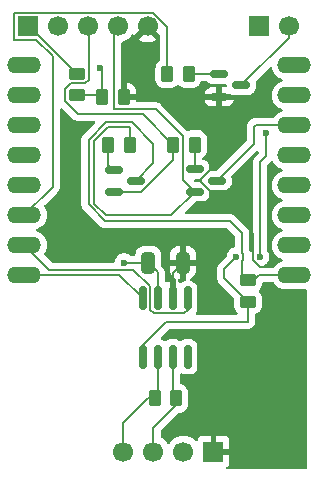
<source format=gbr>
%TF.GenerationSoftware,KiCad,Pcbnew,9.0.3-9.0.3-0~ubuntu24.04.1*%
%TF.CreationDate,2025-09-07T11:30:27-03:00*%
%TF.ProjectId,SvoCamBoardBottom,53766f43-616d-4426-9f61-7264426f7474,rev?*%
%TF.SameCoordinates,Original*%
%TF.FileFunction,Copper,L1,Top*%
%TF.FilePolarity,Positive*%
%FSLAX46Y46*%
G04 Gerber Fmt 4.6, Leading zero omitted, Abs format (unit mm)*
G04 Created by KiCad (PCBNEW 9.0.3-9.0.3-0~ubuntu24.04.1) date 2025-09-07 11:30:27*
%MOMM*%
%LPD*%
G01*
G04 APERTURE LIST*
G04 Aperture macros list*
%AMRoundRect*
0 Rectangle with rounded corners*
0 $1 Rounding radius*
0 $2 $3 $4 $5 $6 $7 $8 $9 X,Y pos of 4 corners*
0 Add a 4 corners polygon primitive as box body*
4,1,4,$2,$3,$4,$5,$6,$7,$8,$9,$2,$3,0*
0 Add four circle primitives for the rounded corners*
1,1,$1+$1,$2,$3*
1,1,$1+$1,$4,$5*
1,1,$1+$1,$6,$7*
1,1,$1+$1,$8,$9*
0 Add four rect primitives between the rounded corners*
20,1,$1+$1,$2,$3,$4,$5,0*
20,1,$1+$1,$4,$5,$6,$7,0*
20,1,$1+$1,$6,$7,$8,$9,0*
20,1,$1+$1,$8,$9,$2,$3,0*%
G04 Aperture macros list end*
%TA.AperFunction,SMDPad,CuDef*%
%ADD10RoundRect,0.250000X0.450000X-0.262500X0.450000X0.262500X-0.450000X0.262500X-0.450000X-0.262500X0*%
%TD*%
%TA.AperFunction,SMDPad,CuDef*%
%ADD11RoundRect,0.150000X-0.587500X-0.150000X0.587500X-0.150000X0.587500X0.150000X-0.587500X0.150000X0*%
%TD*%
%TA.AperFunction,SMDPad,CuDef*%
%ADD12RoundRect,0.250000X-0.262500X-0.450000X0.262500X-0.450000X0.262500X0.450000X-0.262500X0.450000X0*%
%TD*%
%TA.AperFunction,ComponentPad*%
%ADD13R,1.700000X1.700000*%
%TD*%
%TA.AperFunction,ComponentPad*%
%ADD14C,1.700000*%
%TD*%
%TA.AperFunction,SMDPad,CuDef*%
%ADD15RoundRect,0.150000X-0.150000X0.825000X-0.150000X-0.825000X0.150000X-0.825000X0.150000X0.825000X0*%
%TD*%
%TA.AperFunction,SMDPad,CuDef*%
%ADD16RoundRect,0.250000X-0.325000X-0.650000X0.325000X-0.650000X0.325000X0.650000X-0.325000X0.650000X0*%
%TD*%
%TA.AperFunction,SMDPad,CuDef*%
%ADD17RoundRect,0.250000X0.262500X0.450000X-0.262500X0.450000X-0.262500X-0.450000X0.262500X-0.450000X0*%
%TD*%
%TA.AperFunction,ComponentPad*%
%ADD18O,2.844800X1.422400*%
%TD*%
%TA.AperFunction,ViaPad*%
%ADD19C,0.600000*%
%TD*%
%TA.AperFunction,Conductor*%
%ADD20C,0.200000*%
%TD*%
G04 APERTURE END LIST*
D10*
%TO.P,R1,1*%
%TO.N,+3.3V*%
X164500000Y-94325000D03*
%TO.P,R1,2*%
%TO.N,RST*%
X164500000Y-92500000D03*
%TD*%
D11*
%TO.P,Q3,1,B*%
%TO.N,Net-(Q3-B)*%
X162062500Y-75050000D03*
%TO.P,Q3,2,E*%
%TO.N,GND*%
X162062500Y-76950000D03*
%TO.P,Q3,3,C*%
%TO.N,Net-(J1-Pin_2)*%
X163937500Y-76000000D03*
%TD*%
D12*
%TO.P,R6,1*%
%TO.N,UARX*%
X152175000Y-77000000D03*
%TO.P,R6,2*%
%TO.N,GND*%
X154000000Y-77000000D03*
%TD*%
D13*
%TO.P,J3,1,Pin_1*%
%TO.N,Net-(J3-Pin_1)*%
X145840000Y-71000000D03*
D14*
%TO.P,J3,2,Pin_2*%
%TO.N,UATX*%
X148380000Y-71000000D03*
%TO.P,J3,3,Pin_3*%
%TO.N,RTS*%
X150920000Y-71000000D03*
%TO.P,J3,4,Pin_4*%
%TO.N,DTR*%
X153460000Y-71000000D03*
%TO.P,J3,5,Pin_5*%
%TO.N,GND*%
X156000000Y-71000000D03*
%TD*%
D15*
%TO.P,U3,1,TXD*%
%TO.N,CANTX*%
X159405000Y-94025000D03*
%TO.P,U3,2,GND*%
%TO.N,GND*%
X158135000Y-94025000D03*
%TO.P,U3,3,VCC*%
%TO.N,+5V*%
X156865000Y-94025000D03*
%TO.P,U3,4,RXD*%
%TO.N,CANRX*%
X155595000Y-94025000D03*
%TO.P,U3,5,VIO*%
%TO.N,+3.3V*%
X155595000Y-98975000D03*
%TO.P,U3,6,CANL*%
%TO.N,CANL*%
X156865000Y-98975000D03*
%TO.P,U3,7,CANH*%
%TO.N,CANH*%
X158135000Y-98975000D03*
%TO.P,U3,8,STB*%
%TO.N,unconnected-(U3-STB-Pad8)*%
X159405000Y-98975000D03*
%TD*%
D12*
%TO.P,R3,1*%
%TO.N,RTS*%
X158175000Y-81000000D03*
%TO.P,R3,2*%
%TO.N,Net-(Q1-B)*%
X160000000Y-81000000D03*
%TD*%
D11*
%TO.P,Q1,1,B*%
%TO.N,Net-(Q1-B)*%
X160000000Y-83100000D03*
%TO.P,Q1,2,E*%
%TO.N,DTR*%
X160000000Y-85000000D03*
%TO.P,Q1,3,C*%
%TO.N,BOOT*%
X161875000Y-84050000D03*
%TD*%
D13*
%TO.P,J2,1,Pin_1*%
%TO.N,GND*%
X161580000Y-107000000D03*
D14*
%TO.P,J2,2,Pin_2*%
%TO.N,+5V*%
X159040000Y-107000000D03*
%TO.P,J2,3,Pin_3*%
%TO.N,CANH*%
X156500000Y-107000000D03*
%TO.P,J2,4,Pin_4*%
%TO.N,CANL*%
X153960000Y-107000000D03*
%TD*%
D16*
%TO.P,C1,1*%
%TO.N,+5V*%
X156050000Y-91000000D03*
%TO.P,C1,2*%
%TO.N,GND*%
X159000000Y-91000000D03*
%TD*%
D13*
%TO.P,J1,1,Pin_1*%
%TO.N,+5V*%
X165460000Y-71000000D03*
D14*
%TO.P,J1,2,Pin_2*%
%TO.N,Net-(J1-Pin_2)*%
X168000000Y-71000000D03*
%TD*%
D17*
%TO.P,R2,1*%
%TO.N,DTR*%
X154500000Y-81000000D03*
%TO.P,R2,2*%
%TO.N,Net-(Q2-B)*%
X152675000Y-81000000D03*
%TD*%
D18*
%TO.P,U1,P$1,5V*%
%TO.N,+5V*%
X145570000Y-74270000D03*
%TO.P,U1,P$2,GND*%
%TO.N,GND*%
X145570000Y-76810000D03*
%TO.P,U1,P$3,IO12*%
%TO.N,unconnected-(U1-IO12-PadP$3)*%
X145570000Y-79350000D03*
%TO.P,U1,P$4,IO13*%
%TO.N,unconnected-(U1-IO13-PadP$4)*%
X145570000Y-81890000D03*
%TO.P,U1,P$5,IO15*%
%TO.N,unconnected-(U1-IO15-PadP$5)*%
X145570000Y-84430000D03*
%TO.P,U1,P$6,IO14*%
%TO.N,PWM_OUT1*%
X145570000Y-86970000D03*
%TO.P,U1,P$7,IO2*%
%TO.N,CANTX*%
X145570000Y-89510000D03*
%TO.P,U1,P$8,IO4*%
%TO.N,CANRX*%
X145570000Y-92050000D03*
%TO.P,U1,P$9,.GND*%
%TO.N,RST*%
X168430000Y-92050000D03*
%TO.P,U1,P$10,IO1/U0T*%
%TO.N,UATX*%
X168430000Y-89510000D03*
%TO.P,U1,P$11,IO3/U0R*%
%TO.N,UARX*%
X168430000Y-86970000D03*
%TO.P,U1,P$12,3V3.*%
%TO.N,unconnected-(U1-3V3.-PadP$12)*%
X168430000Y-84430000D03*
%TO.P,U1,P$13,GND.*%
%TO.N,unconnected-(U1-GND.-PadP$13)*%
X168430000Y-81890000D03*
%TO.P,U1,P$14,IO0*%
%TO.N,BOOT*%
X168430000Y-79350000D03*
%TO.P,U1,P$15,IO16*%
%TO.N,unconnected-(U1-IO16-PadP$15)*%
X168430000Y-76810000D03*
%TO.P,U1,P$16,3V3*%
%TO.N,+3.3V*%
X168430000Y-74270000D03*
%TD*%
D17*
%TO.P,R5,1*%
%TO.N,CANH*%
X158412500Y-102500000D03*
%TO.P,R5,2*%
%TO.N,CANL*%
X156587500Y-102500000D03*
%TD*%
D10*
%TO.P,R7,1*%
%TO.N,UARX*%
X150000000Y-76825000D03*
%TO.P,R7,2*%
%TO.N,Net-(J3-Pin_1)*%
X150000000Y-75000000D03*
%TD*%
D12*
%TO.P,R4,1*%
%TO.N,PWM_OUT1*%
X157675000Y-75000000D03*
%TO.P,R4,2*%
%TO.N,Net-(Q3-B)*%
X159500000Y-75000000D03*
%TD*%
D11*
%TO.P,Q2,1,B*%
%TO.N,Net-(Q2-B)*%
X153125000Y-83150000D03*
%TO.P,Q2,2,E*%
%TO.N,RTS*%
X153125000Y-85050000D03*
%TO.P,Q2,3,C*%
%TO.N,RST*%
X155000000Y-84100000D03*
%TD*%
D19*
%TO.N,+5V*%
X154000000Y-91000000D03*
%TO.N,GND*%
X159000000Y-91000000D03*
X166500000Y-91000000D03*
%TO.N,+3.3V*%
X165500000Y-90500000D03*
X163500000Y-90500000D03*
X166000000Y-80000000D03*
%TO.N,UARX*%
X152000000Y-74500000D03*
%TD*%
D20*
%TO.N,+5V*%
X156865000Y-91815000D02*
X156865000Y-94025000D01*
X156050000Y-91000000D02*
X156865000Y-91815000D01*
X156050000Y-91000000D02*
X154000000Y-91000000D01*
%TO.N,GND*%
X159000000Y-91000000D02*
X158135000Y-91865000D01*
X164899000Y-88519532D02*
X164899000Y-90748943D01*
X164899000Y-90748943D02*
X165500000Y-91349943D01*
X156000000Y-71000000D02*
X154000000Y-73000000D01*
X160500000Y-76950000D02*
X154050000Y-76950000D01*
X166150057Y-91349943D02*
X166500000Y-91000000D01*
X165500000Y-91349943D02*
X166150057Y-91349943D01*
X160479468Y-84100000D02*
X164899000Y-88519532D01*
X162062500Y-76950000D02*
X162062500Y-82416968D01*
X162062500Y-82416968D02*
X160479468Y-84000000D01*
X154000000Y-73000000D02*
X154000000Y-77000000D01*
X158135000Y-91865000D02*
X158135000Y-94025000D01*
X162062500Y-76950000D02*
X160500000Y-76950000D01*
X154050000Y-76950000D02*
X154000000Y-77000000D01*
X160479468Y-84000000D02*
X160479468Y-84100000D01*
%TO.N,Net-(J1-Pin_2)*%
X168000000Y-71937500D02*
X168000000Y-71000000D01*
X163937500Y-76000000D02*
X168000000Y-71937500D01*
%TO.N,CANH*%
X158135000Y-102222500D02*
X158412500Y-102500000D01*
X158412500Y-102500000D02*
X158412500Y-103087500D01*
X158412500Y-103087500D02*
X156500000Y-105000000D01*
X158135000Y-98975000D02*
X158135000Y-102222500D01*
X156500000Y-105000000D02*
X156500000Y-107000000D01*
%TO.N,CANL*%
X156865000Y-102222500D02*
X156587500Y-102500000D01*
X153960000Y-104540000D02*
X153960000Y-107000000D01*
X156000000Y-102500000D02*
X153960000Y-104540000D01*
X156587500Y-102500000D02*
X156000000Y-102500000D01*
X156865000Y-98975000D02*
X156865000Y-102222500D01*
%TO.N,Net-(J3-Pin_1)*%
X146000000Y-71000000D02*
X150000000Y-75000000D01*
X145840000Y-71000000D02*
X146000000Y-71000000D01*
%TO.N,DTR*%
X153460000Y-71000000D02*
X153186500Y-71273500D01*
X158988500Y-82732032D02*
X158961500Y-82759032D01*
X153186500Y-71273500D02*
X153186500Y-78000000D01*
X154500000Y-81000000D02*
X154500000Y-79500000D01*
X156673660Y-78000000D02*
X158988500Y-80314840D01*
X153186500Y-78000000D02*
X156673660Y-78000000D01*
X152676340Y-79500000D02*
X151500000Y-80676340D01*
X151500000Y-80676340D02*
X151500000Y-86000000D01*
X152500000Y-87000000D02*
X158000000Y-87000000D01*
X158000000Y-87000000D02*
X160000000Y-85000000D01*
X158961500Y-82759032D02*
X158961500Y-83961500D01*
X158988500Y-80314840D02*
X158988500Y-82732032D01*
X154500000Y-79500000D02*
X152676340Y-79500000D01*
X158961500Y-83961500D02*
X160000000Y-85000000D01*
X151500000Y-86000000D02*
X152500000Y-87000000D01*
%TO.N,RTS*%
X148999000Y-76327340D02*
X149512840Y-75813500D01*
X158175000Y-81000000D02*
X158175000Y-82304468D01*
X151000000Y-71080000D02*
X150920000Y-71000000D01*
X155429468Y-85050000D02*
X153125000Y-85050000D01*
X158175000Y-82304468D02*
X155429468Y-85050000D01*
X155576000Y-78401000D02*
X150077340Y-78401000D01*
X149512840Y-75813500D02*
X150685160Y-75813500D01*
X150077340Y-78401000D02*
X148999000Y-77322660D01*
X148999000Y-77322660D02*
X148999000Y-76327340D01*
X151000000Y-75498660D02*
X151000000Y-71080000D01*
X158175000Y-81000000D02*
X155576000Y-78401000D01*
X150685160Y-75813500D02*
X151000000Y-75498660D01*
%TO.N,Net-(Q1-B)*%
X160000000Y-83100000D02*
X160000000Y-81000000D01*
%TO.N,BOOT*%
X165000000Y-79500000D02*
X165150000Y-79350000D01*
X165000000Y-80925000D02*
X165000000Y-79500000D01*
X165150000Y-79350000D02*
X168430000Y-79350000D01*
X161875000Y-84050000D02*
X165000000Y-80925000D01*
%TO.N,RST*%
X164500000Y-92500000D02*
X165000000Y-92500000D01*
X164101000Y-90748943D02*
X164000000Y-90849943D01*
X155000000Y-84100000D02*
X156500000Y-82600000D01*
X164000000Y-90849943D02*
X164000000Y-92000000D01*
X151000000Y-80609240D02*
X151000000Y-86067100D01*
X156500000Y-82600000D02*
X156500000Y-80932900D01*
X165450000Y-92050000D02*
X168430000Y-92050000D01*
X164000000Y-88500000D02*
X164000000Y-90150057D01*
X156500000Y-80932900D02*
X154666100Y-79099000D01*
X152432900Y-87500000D02*
X163000000Y-87500000D01*
X165000000Y-92500000D02*
X165450000Y-92050000D01*
X151000000Y-86067100D02*
X152432900Y-87500000D01*
X164000000Y-92000000D02*
X164500000Y-92500000D01*
X163000000Y-87500000D02*
X164000000Y-88500000D01*
X152510240Y-79099000D02*
X151000000Y-80609240D01*
X164101000Y-90251057D02*
X164101000Y-90748943D01*
X164000000Y-90150057D02*
X164101000Y-90251057D01*
X154666100Y-79099000D02*
X152510240Y-79099000D01*
%TO.N,Net-(Q2-B)*%
X153125000Y-83150000D02*
X152675000Y-82700000D01*
X152675000Y-82700000D02*
X152675000Y-81000000D01*
%TO.N,Net-(Q3-B)*%
X159500000Y-75000000D02*
X162012500Y-75000000D01*
X162012500Y-75000000D02*
X162062500Y-75050000D01*
%TO.N,+3.3V*%
X155595000Y-98000001D02*
X157595001Y-96000000D01*
X162500000Y-92325000D02*
X162500000Y-91500000D01*
X164500000Y-94325000D02*
X162500000Y-92325000D01*
X166000000Y-82000000D02*
X166000000Y-80000000D01*
X155595000Y-98975000D02*
X155595000Y-98000001D01*
X157595001Y-96000000D02*
X164500000Y-96000000D01*
X164500000Y-96000000D02*
X164500000Y-94325000D01*
X165500000Y-90500000D02*
X165500000Y-82500000D01*
X165500000Y-82500000D02*
X166000000Y-82000000D01*
X162500000Y-91500000D02*
X163500000Y-90500000D01*
%TO.N,PWM_OUT1*%
X144689000Y-72151000D02*
X146583900Y-72151000D01*
X145570000Y-86970000D02*
X147966450Y-84573550D01*
X147966450Y-73533550D02*
X148000000Y-73567100D01*
X157675000Y-75000000D02*
X157675000Y-71047240D01*
X147966450Y-84573550D02*
X147966450Y-73533550D01*
X157675000Y-71047240D02*
X156476760Y-69849000D01*
X144689000Y-69849000D02*
X144689000Y-72151000D01*
X146583900Y-72151000D02*
X147966450Y-73533550D01*
X156476760Y-69849000D02*
X144689000Y-69849000D01*
%TO.N,UARX*%
X152000000Y-76825000D02*
X152175000Y-77000000D01*
X152175000Y-74675000D02*
X152000000Y-74500000D01*
X152175000Y-77000000D02*
X152175000Y-74675000D01*
X150000000Y-76825000D02*
X152000000Y-76825000D01*
%TO.N,CANRX*%
X155595000Y-94025000D02*
X153620000Y-92050000D01*
X153620000Y-92050000D02*
X145570000Y-92050000D01*
%TO.N,CANTX*%
X156524032Y-95301000D02*
X156196000Y-94972968D01*
X154787968Y-91601000D02*
X147661000Y-91601000D01*
X156196000Y-93009032D02*
X154787968Y-91601000D01*
X159103999Y-95301000D02*
X156524032Y-95301000D01*
X159405000Y-94025000D02*
X159405000Y-94999999D01*
X159405000Y-94999999D02*
X159103999Y-95301000D01*
X156196000Y-94972968D02*
X156196000Y-93009032D01*
X147661000Y-91601000D02*
X145570000Y-89510000D01*
%TO.N,unconnected-(U1-IO15-PadP$5)*%
X146000000Y-84430000D02*
X145570000Y-84430000D01*
%TO.N,unconnected-(U1-IO13-PadP$4)*%
X145570001Y-81890000D02*
X145570000Y-81890000D01*
%TD*%
%TA.AperFunction,Conductor*%
%TO.N,GND*%
G36*
X166599413Y-92652041D02*
G01*
X166604775Y-92650955D01*
X166632579Y-92661780D01*
X166661203Y-92670185D01*
X166666137Y-92674845D01*
X166669884Y-92676304D01*
X166694482Y-92701615D01*
X166775110Y-92812590D01*
X166794567Y-92839370D01*
X166929430Y-92974233D01*
X167083731Y-93086339D01*
X167167080Y-93128807D01*
X167253668Y-93172927D01*
X167253671Y-93172928D01*
X167344364Y-93202395D01*
X167435060Y-93231864D01*
X167623437Y-93261700D01*
X167623438Y-93261700D01*
X169236561Y-93261700D01*
X169236563Y-93261700D01*
X169356104Y-93242766D01*
X169425395Y-93251720D01*
X169478847Y-93296716D01*
X169499487Y-93363468D01*
X169499500Y-93365239D01*
X169499500Y-108375500D01*
X169479815Y-108442539D01*
X169427011Y-108488294D01*
X169375500Y-108499500D01*
X162769269Y-108499500D01*
X162702230Y-108479815D01*
X162656475Y-108427011D01*
X162646531Y-108357853D01*
X162675556Y-108294297D01*
X162694958Y-108276234D01*
X162787187Y-108207190D01*
X162787190Y-108207187D01*
X162873350Y-108092093D01*
X162873354Y-108092086D01*
X162923596Y-107957379D01*
X162923598Y-107957372D01*
X162929999Y-107897844D01*
X162930000Y-107897827D01*
X162930000Y-107250000D01*
X162013012Y-107250000D01*
X162045925Y-107192993D01*
X162080000Y-107065826D01*
X162080000Y-106934174D01*
X162045925Y-106807007D01*
X162013012Y-106750000D01*
X162930000Y-106750000D01*
X162930000Y-106102172D01*
X162929999Y-106102155D01*
X162923598Y-106042627D01*
X162923596Y-106042620D01*
X162873354Y-105907913D01*
X162873350Y-105907906D01*
X162787190Y-105792812D01*
X162787187Y-105792809D01*
X162672093Y-105706649D01*
X162672086Y-105706645D01*
X162537379Y-105656403D01*
X162537372Y-105656401D01*
X162477844Y-105650000D01*
X161830000Y-105650000D01*
X161830000Y-106566988D01*
X161772993Y-106534075D01*
X161645826Y-106500000D01*
X161514174Y-106500000D01*
X161387007Y-106534075D01*
X161330000Y-106566988D01*
X161330000Y-105650000D01*
X160682155Y-105650000D01*
X160622627Y-105656401D01*
X160622620Y-105656403D01*
X160487913Y-105706645D01*
X160487906Y-105706649D01*
X160372812Y-105792809D01*
X160372809Y-105792812D01*
X160286649Y-105907906D01*
X160286646Y-105907912D01*
X160237577Y-106039471D01*
X160195705Y-106095404D01*
X160130241Y-106119821D01*
X160061968Y-106104969D01*
X160033714Y-106083818D01*
X159919786Y-105969890D01*
X159747820Y-105844951D01*
X159558414Y-105748444D01*
X159558413Y-105748443D01*
X159558412Y-105748443D01*
X159356243Y-105682754D01*
X159356241Y-105682753D01*
X159356240Y-105682753D01*
X159194957Y-105657208D01*
X159146287Y-105649500D01*
X158933713Y-105649500D01*
X158885042Y-105657208D01*
X158723760Y-105682753D01*
X158521585Y-105748444D01*
X158332179Y-105844951D01*
X158160213Y-105969890D01*
X158009890Y-106120213D01*
X157884949Y-106292182D01*
X157880484Y-106300946D01*
X157832509Y-106351742D01*
X157764688Y-106368536D01*
X157698553Y-106345998D01*
X157659516Y-106300946D01*
X157655050Y-106292182D01*
X157530109Y-106120213D01*
X157379786Y-105969890D01*
X157207815Y-105844948D01*
X157207814Y-105844947D01*
X157168205Y-105824765D01*
X157117409Y-105776791D01*
X157100500Y-105714281D01*
X157100500Y-105300096D01*
X157120185Y-105233057D01*
X157136814Y-105212420D01*
X158612416Y-103736817D01*
X158673739Y-103703333D01*
X158700097Y-103700499D01*
X158725002Y-103700499D01*
X158725008Y-103700499D01*
X158827797Y-103689999D01*
X158994334Y-103634814D01*
X159143656Y-103542712D01*
X159267712Y-103418656D01*
X159359814Y-103269334D01*
X159414999Y-103102797D01*
X159425500Y-103000009D01*
X159425499Y-101999992D01*
X159414999Y-101897203D01*
X159359814Y-101730666D01*
X159267712Y-101581344D01*
X159143656Y-101457288D01*
X158994334Y-101365186D01*
X158827797Y-101310001D01*
X158827795Y-101310000D01*
X158821371Y-101307872D01*
X158822274Y-101305144D01*
X158772044Y-101277883D01*
X158738402Y-101216646D01*
X158735500Y-101189978D01*
X158735500Y-100465906D01*
X158755185Y-100398867D01*
X158807989Y-100353112D01*
X158877147Y-100343168D01*
X158922617Y-100359172D01*
X158994602Y-100401744D01*
X159036224Y-100413836D01*
X159152426Y-100447597D01*
X159152429Y-100447597D01*
X159152431Y-100447598D01*
X159189306Y-100450500D01*
X159189314Y-100450500D01*
X159620686Y-100450500D01*
X159620694Y-100450500D01*
X159657569Y-100447598D01*
X159657571Y-100447597D01*
X159657573Y-100447597D01*
X159757321Y-100418617D01*
X159815398Y-100401744D01*
X159956865Y-100318081D01*
X160073081Y-100201865D01*
X160156744Y-100060398D01*
X160202598Y-99902569D01*
X160205500Y-99865694D01*
X160205500Y-98084306D01*
X160202598Y-98047431D01*
X160156744Y-97889602D01*
X160073081Y-97748135D01*
X160073079Y-97748133D01*
X160073076Y-97748129D01*
X159956870Y-97631923D01*
X159956862Y-97631917D01*
X159815396Y-97548255D01*
X159815393Y-97548254D01*
X159657573Y-97502402D01*
X159657567Y-97502401D01*
X159620701Y-97499500D01*
X159620694Y-97499500D01*
X159189306Y-97499500D01*
X159189298Y-97499500D01*
X159152432Y-97502401D01*
X159152426Y-97502402D01*
X158994606Y-97548254D01*
X158994603Y-97548255D01*
X158853137Y-97631917D01*
X158846969Y-97636702D01*
X158845072Y-97634256D01*
X158796358Y-97660857D01*
X158726666Y-97655873D01*
X158694296Y-97635069D01*
X158693031Y-97636702D01*
X158686862Y-97631917D01*
X158545396Y-97548255D01*
X158545393Y-97548254D01*
X158387573Y-97502402D01*
X158387567Y-97502401D01*
X158350701Y-97499500D01*
X158350694Y-97499500D01*
X157919306Y-97499500D01*
X157919298Y-97499500D01*
X157882432Y-97502401D01*
X157882426Y-97502402D01*
X157724606Y-97548254D01*
X157724603Y-97548255D01*
X157583137Y-97631917D01*
X157576969Y-97636702D01*
X157575072Y-97634256D01*
X157526358Y-97660857D01*
X157456666Y-97655873D01*
X157424296Y-97635069D01*
X157423031Y-97636702D01*
X157416862Y-97631917D01*
X157275396Y-97548255D01*
X157275393Y-97548253D01*
X157182742Y-97521336D01*
X157123856Y-97483730D01*
X157094650Y-97420257D01*
X157104396Y-97351071D01*
X157129653Y-97314582D01*
X157807418Y-96636819D01*
X157868741Y-96603334D01*
X157895099Y-96600500D01*
X164579055Y-96600500D01*
X164579057Y-96600500D01*
X164731784Y-96559577D01*
X164868716Y-96480520D01*
X164980520Y-96368716D01*
X165059577Y-96231784D01*
X165100500Y-96079057D01*
X165100500Y-95417800D01*
X165120185Y-95350761D01*
X165172989Y-95305006D01*
X165185482Y-95300099D01*
X165269334Y-95272314D01*
X165418656Y-95180212D01*
X165542712Y-95056156D01*
X165634814Y-94906834D01*
X165689999Y-94740297D01*
X165700500Y-94637509D01*
X165700499Y-94012492D01*
X165689999Y-93909703D01*
X165634814Y-93743166D01*
X165542712Y-93593844D01*
X165449049Y-93500181D01*
X165415564Y-93438858D01*
X165420548Y-93369166D01*
X165449049Y-93324819D01*
X165477152Y-93296716D01*
X165542712Y-93231156D01*
X165634814Y-93081834D01*
X165689999Y-92915297D01*
X165700500Y-92812509D01*
X165700500Y-92774500D01*
X165720185Y-92707461D01*
X165772989Y-92661706D01*
X165824500Y-92650500D01*
X166594164Y-92650500D01*
X166599413Y-92652041D01*
G37*
%TD.AperFunction*%
%TA.AperFunction,Conductor*%
G36*
X148772153Y-77945494D02*
G01*
X148778631Y-77951526D01*
X149592479Y-78765374D01*
X149592489Y-78765385D01*
X149596819Y-78769715D01*
X149596820Y-78769716D01*
X149708624Y-78881520D01*
X149795435Y-78931639D01*
X149795437Y-78931641D01*
X149833491Y-78953611D01*
X149845555Y-78960577D01*
X149998283Y-79001500D01*
X150156397Y-79001500D01*
X151459143Y-79001500D01*
X151526182Y-79021185D01*
X151571937Y-79073989D01*
X151581881Y-79143147D01*
X151552856Y-79206703D01*
X151546826Y-79213178D01*
X150960504Y-79799500D01*
X150631286Y-80128718D01*
X150519481Y-80240522D01*
X150519479Y-80240525D01*
X150501517Y-80271637D01*
X150480740Y-80307624D01*
X150440423Y-80377455D01*
X150399499Y-80530183D01*
X150399499Y-80530185D01*
X150399499Y-80698286D01*
X150399500Y-80698299D01*
X150399500Y-85980430D01*
X150399499Y-85980448D01*
X150399499Y-86146154D01*
X150399498Y-86146154D01*
X150399499Y-86146157D01*
X150440423Y-86298885D01*
X150461232Y-86334927D01*
X150469358Y-86349000D01*
X150469359Y-86349004D01*
X150469360Y-86349004D01*
X150519479Y-86435814D01*
X150519481Y-86435817D01*
X150638349Y-86554685D01*
X150638354Y-86554689D01*
X152064184Y-87980520D01*
X152064186Y-87980521D01*
X152064190Y-87980524D01*
X152108902Y-88006338D01*
X152201116Y-88059577D01*
X152353843Y-88100501D01*
X152353845Y-88100501D01*
X152519554Y-88100501D01*
X152519570Y-88100500D01*
X162699903Y-88100500D01*
X162766942Y-88120185D01*
X162787584Y-88136819D01*
X163363181Y-88712416D01*
X163396666Y-88773739D01*
X163399500Y-88800097D01*
X163399500Y-89602044D01*
X163379815Y-89669083D01*
X163327011Y-89714838D01*
X163299691Y-89723661D01*
X163266510Y-89730261D01*
X163266498Y-89730264D01*
X163120827Y-89790602D01*
X163120814Y-89790609D01*
X162989711Y-89878210D01*
X162989707Y-89878213D01*
X162878213Y-89989707D01*
X162878210Y-89989711D01*
X162790609Y-90120814D01*
X162790602Y-90120827D01*
X162730264Y-90266498D01*
X162730261Y-90266508D01*
X162699362Y-90421848D01*
X162666977Y-90483759D01*
X162665426Y-90485337D01*
X162131286Y-91019478D01*
X162019481Y-91131282D01*
X162019479Y-91131285D01*
X161974385Y-91209392D01*
X161974384Y-91209393D01*
X161940423Y-91268214D01*
X161940423Y-91268215D01*
X161899499Y-91420943D01*
X161899499Y-91420945D01*
X161899499Y-91589046D01*
X161899500Y-91589059D01*
X161899500Y-92238330D01*
X161899499Y-92238348D01*
X161899499Y-92404054D01*
X161899498Y-92404054D01*
X161926821Y-92506022D01*
X161940423Y-92556785D01*
X161952967Y-92578512D01*
X161964365Y-92598252D01*
X161964366Y-92598256D01*
X161964367Y-92598256D01*
X162014089Y-92684379D01*
X162019479Y-92693714D01*
X162019481Y-92693717D01*
X162138349Y-92812585D01*
X162138355Y-92812590D01*
X163263181Y-93937416D01*
X163296666Y-93998739D01*
X163299500Y-94025097D01*
X163299500Y-94637501D01*
X163299501Y-94637519D01*
X163310000Y-94740296D01*
X163310001Y-94740299D01*
X163365185Y-94906831D01*
X163365187Y-94906836D01*
X163457289Y-95056157D01*
X163586451Y-95185319D01*
X163584933Y-95186836D01*
X163619217Y-95235249D01*
X163622360Y-95305048D01*
X163587267Y-95365466D01*
X163525081Y-95397320D01*
X163501932Y-95399500D01*
X160203165Y-95399500D01*
X160136126Y-95379815D01*
X160090371Y-95327011D01*
X160080427Y-95257853D01*
X160096433Y-95212379D01*
X160115457Y-95180210D01*
X160156744Y-95110398D01*
X160202598Y-94952569D01*
X160205500Y-94915694D01*
X160205500Y-93134306D01*
X160202598Y-93097431D01*
X160199375Y-93086339D01*
X160156745Y-92939606D01*
X160156744Y-92939603D01*
X160156744Y-92939602D01*
X160073081Y-92798135D01*
X160073079Y-92798133D01*
X160073076Y-92798129D01*
X159956870Y-92681923D01*
X159956862Y-92681917D01*
X159815396Y-92598255D01*
X159815395Y-92598254D01*
X159676403Y-92557873D01*
X159617518Y-92520267D01*
X159588312Y-92456794D01*
X159598058Y-92387607D01*
X159643662Y-92334673D01*
X159645903Y-92333258D01*
X159793343Y-92242317D01*
X159917315Y-92118345D01*
X160009356Y-91969124D01*
X160009358Y-91969119D01*
X160064505Y-91802697D01*
X160064506Y-91802690D01*
X160074999Y-91699986D01*
X160075000Y-91699973D01*
X160075000Y-91250000D01*
X159250000Y-91250000D01*
X159250000Y-92431178D01*
X159230315Y-92498217D01*
X159177511Y-92543972D01*
X159158331Y-92550001D01*
X159158515Y-92550634D01*
X158994606Y-92598254D01*
X158994603Y-92598255D01*
X158853140Y-92681915D01*
X158846974Y-92686699D01*
X158845174Y-92684379D01*
X158795913Y-92711230D01*
X158726225Y-92706193D01*
X158704602Y-92695615D01*
X158597407Y-92629570D01*
X158574765Y-92604422D01*
X158551646Y-92579661D01*
X158551437Y-92578512D01*
X158550656Y-92577645D01*
X158545201Y-92544229D01*
X158539143Y-92510920D01*
X158539588Y-92509840D01*
X158539400Y-92508688D01*
X158552886Y-92477604D01*
X158565789Y-92446330D01*
X158566746Y-92445663D01*
X158567211Y-92444592D01*
X158595340Y-92425749D01*
X158623124Y-92406400D01*
X158624580Y-92406162D01*
X158625261Y-92405707D01*
X158627662Y-92405661D01*
X158662451Y-92399999D01*
X158749999Y-92399999D01*
X158750000Y-92399998D01*
X158750000Y-91250000D01*
X157925001Y-91250000D01*
X157925001Y-91699986D01*
X157935494Y-91802697D01*
X157990641Y-91969119D01*
X157990643Y-91969124D01*
X158082684Y-92118345D01*
X158206654Y-92242315D01*
X158355875Y-92334356D01*
X158362421Y-92337408D01*
X158361366Y-92339669D01*
X158409135Y-92372733D01*
X158435967Y-92437245D01*
X158423662Y-92506022D01*
X158396852Y-92541750D01*
X158385000Y-92552701D01*
X158385000Y-93901000D01*
X158365315Y-93968039D01*
X158312511Y-94013794D01*
X158261000Y-94025000D01*
X158009000Y-94025000D01*
X157941961Y-94005315D01*
X157896206Y-93952511D01*
X157885000Y-93901000D01*
X157885000Y-92552703D01*
X157882503Y-92552900D01*
X157724806Y-92598716D01*
X157724805Y-92598716D01*
X157652620Y-92641406D01*
X157584896Y-92658588D01*
X157518634Y-92636427D01*
X157474871Y-92581961D01*
X157465500Y-92534673D01*
X157465500Y-91735945D01*
X157465499Y-91735941D01*
X157455865Y-91699986D01*
X157450526Y-91680058D01*
X157424577Y-91583215D01*
X157382473Y-91510289D01*
X157345520Y-91446284D01*
X157233716Y-91334480D01*
X157233715Y-91334479D01*
X157229385Y-91330149D01*
X157229374Y-91330139D01*
X157161818Y-91262583D01*
X157128333Y-91201260D01*
X157125499Y-91174902D01*
X157125499Y-90300013D01*
X157925000Y-90300013D01*
X157925000Y-90750000D01*
X158750000Y-90750000D01*
X159250000Y-90750000D01*
X160074999Y-90750000D01*
X160074999Y-90300028D01*
X160074998Y-90300013D01*
X160064505Y-90197302D01*
X160009358Y-90030880D01*
X160009356Y-90030875D01*
X159917315Y-89881654D01*
X159793345Y-89757684D01*
X159644124Y-89665643D01*
X159644119Y-89665641D01*
X159477697Y-89610494D01*
X159477690Y-89610493D01*
X159374986Y-89600000D01*
X159250000Y-89600000D01*
X159250000Y-90750000D01*
X158750000Y-90750000D01*
X158750000Y-89600000D01*
X158625027Y-89600000D01*
X158625012Y-89600001D01*
X158522302Y-89610494D01*
X158355880Y-89665641D01*
X158355875Y-89665643D01*
X158206654Y-89757684D01*
X158082684Y-89881654D01*
X157990643Y-90030875D01*
X157990641Y-90030880D01*
X157935494Y-90197302D01*
X157935493Y-90197309D01*
X157925000Y-90300013D01*
X157125499Y-90300013D01*
X157125499Y-90299998D01*
X157125498Y-90299981D01*
X157114999Y-90197203D01*
X157114998Y-90197200D01*
X157059814Y-90030666D01*
X156967712Y-89881344D01*
X156843656Y-89757288D01*
X156694334Y-89665186D01*
X156527797Y-89610001D01*
X156527795Y-89610000D01*
X156425010Y-89599500D01*
X155674998Y-89599500D01*
X155674980Y-89599501D01*
X155572203Y-89610000D01*
X155572200Y-89610001D01*
X155405668Y-89665185D01*
X155405663Y-89665187D01*
X155256342Y-89757289D01*
X155132289Y-89881342D01*
X155040187Y-90030663D01*
X155040185Y-90030668D01*
X155040115Y-90030880D01*
X154993353Y-90172000D01*
X154985001Y-90197204D01*
X154985000Y-90197205D01*
X154975714Y-90288103D01*
X154949317Y-90352795D01*
X154892136Y-90392946D01*
X154852356Y-90399500D01*
X154579766Y-90399500D01*
X154512727Y-90379815D01*
X154510875Y-90378602D01*
X154379185Y-90290609D01*
X154379172Y-90290602D01*
X154233501Y-90230264D01*
X154233489Y-90230261D01*
X154078845Y-90199500D01*
X154078842Y-90199500D01*
X153921158Y-90199500D01*
X153921155Y-90199500D01*
X153766510Y-90230261D01*
X153766498Y-90230264D01*
X153620827Y-90290602D01*
X153620814Y-90290609D01*
X153489711Y-90378210D01*
X153489707Y-90378213D01*
X153378213Y-90489707D01*
X153378210Y-90489711D01*
X153290609Y-90620814D01*
X153290602Y-90620827D01*
X153230264Y-90766498D01*
X153230261Y-90766510D01*
X153203571Y-90900691D01*
X153171186Y-90962602D01*
X153110471Y-90997176D01*
X153081954Y-91000500D01*
X147961098Y-91000500D01*
X147894059Y-90980815D01*
X147873417Y-90964181D01*
X147281654Y-90372418D01*
X147248169Y-90311095D01*
X147253153Y-90241403D01*
X147269013Y-90211858D01*
X147317539Y-90145069D01*
X147404127Y-89975131D01*
X147463064Y-89793740D01*
X147492900Y-89605363D01*
X147492900Y-89414637D01*
X147463064Y-89226260D01*
X147404127Y-89044869D01*
X147404127Y-89044868D01*
X147317538Y-88874930D01*
X147205433Y-88720630D01*
X147070570Y-88585767D01*
X146916269Y-88473661D01*
X146746331Y-88387072D01*
X146746328Y-88387071D01*
X146656641Y-88357931D01*
X146598966Y-88318494D01*
X146571767Y-88254135D01*
X146583681Y-88185289D01*
X146630925Y-88133813D01*
X146656641Y-88122069D01*
X146746328Y-88092928D01*
X146746331Y-88092927D01*
X146916269Y-88006339D01*
X147070570Y-87894233D01*
X147205433Y-87759370D01*
X147317539Y-87605069D01*
X147404127Y-87435131D01*
X147463064Y-87253740D01*
X147492900Y-87065363D01*
X147492900Y-86874637D01*
X147463064Y-86686260D01*
X147404127Y-86504869D01*
X147404127Y-86504868D01*
X147368942Y-86435814D01*
X147317539Y-86334931D01*
X147291350Y-86298885D01*
X147269017Y-86268145D01*
X147245537Y-86202339D01*
X147261363Y-86134285D01*
X147281650Y-86107583D01*
X148324956Y-85064278D01*
X148324961Y-85064274D01*
X148335164Y-85054070D01*
X148335166Y-85054070D01*
X148446970Y-84942266D01*
X148518590Y-84818216D01*
X148526027Y-84805335D01*
X148566950Y-84652607D01*
X148566950Y-84494493D01*
X148566950Y-78039207D01*
X148586635Y-77972168D01*
X148639439Y-77926413D01*
X148708597Y-77916469D01*
X148772153Y-77945494D01*
G37*
%TD.AperFunction*%
%TA.AperFunction,Conductor*%
G36*
X166571854Y-82379895D02*
G01*
X166627787Y-82421767D01*
X166639004Y-82439781D01*
X166682461Y-82525069D01*
X166794567Y-82679370D01*
X166929430Y-82814233D01*
X167083731Y-82926339D01*
X167164912Y-82967703D01*
X167253668Y-83012927D01*
X167253671Y-83012928D01*
X167343358Y-83042069D01*
X167401034Y-83081506D01*
X167428232Y-83145865D01*
X167416317Y-83214711D01*
X167369073Y-83266187D01*
X167343358Y-83277931D01*
X167253671Y-83307071D01*
X167253668Y-83307072D01*
X167083730Y-83393661D01*
X166929427Y-83505769D01*
X166794569Y-83640627D01*
X166682461Y-83794930D01*
X166595872Y-83964868D01*
X166595871Y-83964871D01*
X166536936Y-84146258D01*
X166507100Y-84334637D01*
X166507100Y-84525362D01*
X166536936Y-84713741D01*
X166595871Y-84895128D01*
X166595872Y-84895131D01*
X166676857Y-85054070D01*
X166682461Y-85065069D01*
X166794567Y-85219370D01*
X166929430Y-85354233D01*
X167083731Y-85466339D01*
X167167080Y-85508807D01*
X167253668Y-85552927D01*
X167253671Y-85552928D01*
X167343358Y-85582069D01*
X167401034Y-85621506D01*
X167428232Y-85685865D01*
X167416317Y-85754711D01*
X167369073Y-85806187D01*
X167343358Y-85817931D01*
X167253671Y-85847071D01*
X167253668Y-85847072D01*
X167083730Y-85933661D01*
X166929427Y-86045769D01*
X166794569Y-86180627D01*
X166682461Y-86334930D01*
X166595872Y-86504868D01*
X166595871Y-86504871D01*
X166536936Y-86686258D01*
X166507100Y-86874637D01*
X166507100Y-87065362D01*
X166536936Y-87253741D01*
X166595871Y-87435128D01*
X166595872Y-87435131D01*
X166682461Y-87605069D01*
X166794567Y-87759370D01*
X166929430Y-87894233D01*
X167083731Y-88006339D01*
X167167080Y-88048807D01*
X167253668Y-88092927D01*
X167253671Y-88092928D01*
X167343358Y-88122069D01*
X167401034Y-88161506D01*
X167428232Y-88225865D01*
X167416317Y-88294711D01*
X167369073Y-88346187D01*
X167343358Y-88357931D01*
X167253671Y-88387071D01*
X167253668Y-88387072D01*
X167083730Y-88473661D01*
X166929427Y-88585769D01*
X166794569Y-88720627D01*
X166682461Y-88874930D01*
X166595872Y-89044868D01*
X166595871Y-89044871D01*
X166536936Y-89226258D01*
X166536936Y-89226260D01*
X166507100Y-89414637D01*
X166507100Y-89605363D01*
X166507835Y-89610001D01*
X166536936Y-89793741D01*
X166595871Y-89975128D01*
X166595872Y-89975131D01*
X166670102Y-90120814D01*
X166682461Y-90145069D01*
X166794567Y-90299370D01*
X166929430Y-90434233D01*
X167083731Y-90546339D01*
X167167080Y-90588807D01*
X167253668Y-90632927D01*
X167253671Y-90632928D01*
X167343358Y-90662069D01*
X167401034Y-90701506D01*
X167428232Y-90765865D01*
X167416317Y-90834711D01*
X167369073Y-90886187D01*
X167343358Y-90897931D01*
X167253671Y-90927071D01*
X167253668Y-90927072D01*
X167083730Y-91013661D01*
X166929427Y-91125769D01*
X166794569Y-91260627D01*
X166794564Y-91260633D01*
X166694482Y-91398385D01*
X166639152Y-91441051D01*
X166594164Y-91449500D01*
X165922902Y-91449500D01*
X165855863Y-91429815D01*
X165810108Y-91377011D01*
X165800164Y-91307853D01*
X165829189Y-91244297D01*
X165875451Y-91210938D01*
X165879172Y-91209397D01*
X165879179Y-91209394D01*
X165879179Y-91209393D01*
X165879181Y-91209393D01*
X165879185Y-91209390D01*
X165891352Y-91201260D01*
X166010289Y-91121789D01*
X166121789Y-91010289D01*
X166209394Y-90879179D01*
X166269737Y-90733497D01*
X166300500Y-90578842D01*
X166300500Y-90421158D01*
X166300500Y-90421155D01*
X166300499Y-90421153D01*
X166290805Y-90372418D01*
X166269737Y-90266503D01*
X166259340Y-90241403D01*
X166209397Y-90120827D01*
X166209390Y-90120814D01*
X166121398Y-89989125D01*
X166100520Y-89922447D01*
X166100500Y-89920234D01*
X166100500Y-82800097D01*
X166120185Y-82733058D01*
X166136819Y-82712416D01*
X166270178Y-82579057D01*
X166440840Y-82408394D01*
X166502162Y-82374911D01*
X166571854Y-82379895D01*
G37*
%TD.AperFunction*%
%TA.AperFunction,Conductor*%
G36*
X165318834Y-81557914D02*
G01*
X165374767Y-81599786D01*
X165399184Y-81665250D01*
X165399500Y-81674096D01*
X165399500Y-81699901D01*
X165379815Y-81766940D01*
X165363181Y-81787582D01*
X165124214Y-82026548D01*
X165124215Y-82026549D01*
X165019478Y-82131286D01*
X164986066Y-82189158D01*
X164979519Y-82200500D01*
X164969361Y-82218094D01*
X164969359Y-82218096D01*
X164940425Y-82268209D01*
X164940424Y-82268210D01*
X164929287Y-82309774D01*
X164899499Y-82420943D01*
X164899499Y-82420945D01*
X164899499Y-82589046D01*
X164899500Y-82589059D01*
X164899500Y-89920234D01*
X164894171Y-89938379D01*
X164893834Y-89957289D01*
X164880335Y-89985501D01*
X164879815Y-89987273D01*
X164878601Y-89989126D01*
X164863086Y-90012345D01*
X164809473Y-90057150D01*
X164740148Y-90065856D01*
X164677121Y-90035700D01*
X164652597Y-90005451D01*
X164617112Y-89943987D01*
X164600500Y-89881989D01*
X164600500Y-88589060D01*
X164600501Y-88589047D01*
X164600501Y-88420944D01*
X164591425Y-88387071D01*
X164559577Y-88268216D01*
X164511700Y-88185289D01*
X164480524Y-88131290D01*
X164480518Y-88131282D01*
X163487590Y-87138355D01*
X163487588Y-87138352D01*
X163368717Y-87019481D01*
X163368716Y-87019480D01*
X163281904Y-86969360D01*
X163281904Y-86969359D01*
X163281900Y-86969358D01*
X163231785Y-86940423D01*
X163079057Y-86899499D01*
X162920943Y-86899499D01*
X162913347Y-86899499D01*
X162913331Y-86899500D01*
X159249097Y-86899500D01*
X159182058Y-86879815D01*
X159136303Y-86827011D01*
X159126359Y-86757853D01*
X159155384Y-86694297D01*
X159161416Y-86687819D01*
X160012416Y-85836819D01*
X160073739Y-85803334D01*
X160100097Y-85800500D01*
X160653186Y-85800500D01*
X160653194Y-85800500D01*
X160690069Y-85797598D01*
X160690071Y-85797597D01*
X160690073Y-85797597D01*
X160731691Y-85785505D01*
X160847898Y-85751744D01*
X160989365Y-85668081D01*
X161105581Y-85551865D01*
X161189244Y-85410398D01*
X161235098Y-85252569D01*
X161238000Y-85215694D01*
X161238000Y-84974500D01*
X161257685Y-84907461D01*
X161310489Y-84861706D01*
X161362000Y-84850500D01*
X162528186Y-84850500D01*
X162528194Y-84850500D01*
X162565069Y-84847598D01*
X162565071Y-84847597D01*
X162565073Y-84847597D01*
X162606691Y-84835505D01*
X162722898Y-84801744D01*
X162864365Y-84718081D01*
X162980581Y-84601865D01*
X163064244Y-84460398D01*
X163110098Y-84302569D01*
X163113000Y-84265694D01*
X163113000Y-83834306D01*
X163110098Y-83797431D01*
X163100549Y-83764563D01*
X163100747Y-83694698D01*
X163131942Y-83642291D01*
X165187819Y-81586415D01*
X165249142Y-81552930D01*
X165318834Y-81557914D01*
G37*
%TD.AperFunction*%
%TA.AperFunction,Conductor*%
G36*
X160580039Y-83920185D02*
G01*
X160625794Y-83972989D01*
X160637000Y-84024500D01*
X160637000Y-84075500D01*
X160617315Y-84142539D01*
X160564511Y-84188294D01*
X160513000Y-84199500D01*
X160100098Y-84199500D01*
X160033059Y-84179815D01*
X160012417Y-84163181D01*
X159961417Y-84112181D01*
X159927932Y-84050858D01*
X159932916Y-83981166D01*
X159974788Y-83925233D01*
X160040252Y-83900816D01*
X160049098Y-83900500D01*
X160513000Y-83900500D01*
X160580039Y-83920185D01*
G37*
%TD.AperFunction*%
%TA.AperFunction,Conductor*%
G36*
X155534075Y-71192993D02*
G01*
X155599901Y-71307007D01*
X155692993Y-71400099D01*
X155807007Y-71465925D01*
X155870590Y-71482962D01*
X155238282Y-72115269D01*
X155238282Y-72115270D01*
X155292449Y-72154624D01*
X155481782Y-72251095D01*
X155683870Y-72316757D01*
X155893754Y-72350000D01*
X156106246Y-72350000D01*
X156316127Y-72316757D01*
X156316130Y-72316757D01*
X156518217Y-72251095D01*
X156707554Y-72154622D01*
X156761716Y-72115270D01*
X156761717Y-72115270D01*
X156129408Y-71482962D01*
X156192993Y-71465925D01*
X156307007Y-71400099D01*
X156400099Y-71307007D01*
X156465925Y-71192993D01*
X156482962Y-71129408D01*
X157038181Y-71684627D01*
X157071666Y-71745950D01*
X157074500Y-71772308D01*
X157074500Y-73807491D01*
X157054815Y-73874530D01*
X157015598Y-73913029D01*
X156943844Y-73957287D01*
X156819789Y-74081342D01*
X156727687Y-74230663D01*
X156727685Y-74230668D01*
X156705289Y-74298255D01*
X156672501Y-74397203D01*
X156672501Y-74397204D01*
X156672500Y-74397204D01*
X156662000Y-74499983D01*
X156662000Y-75500001D01*
X156662001Y-75500019D01*
X156672500Y-75602796D01*
X156672501Y-75602799D01*
X156727685Y-75769331D01*
X156727687Y-75769336D01*
X156762499Y-75825776D01*
X156819788Y-75918656D01*
X156943844Y-76042712D01*
X157093166Y-76134814D01*
X157259703Y-76189999D01*
X157362491Y-76200500D01*
X157987508Y-76200499D01*
X157987516Y-76200498D01*
X157987519Y-76200498D01*
X158043802Y-76194748D01*
X158090297Y-76189999D01*
X158256834Y-76134814D01*
X158406156Y-76042712D01*
X158499819Y-75949049D01*
X158561142Y-75915564D01*
X158630834Y-75920548D01*
X158675181Y-75949049D01*
X158768844Y-76042712D01*
X158918166Y-76134814D01*
X159084703Y-76189999D01*
X159187491Y-76200500D01*
X159812508Y-76200499D01*
X159812516Y-76200498D01*
X159812519Y-76200498D01*
X159868802Y-76194748D01*
X159915297Y-76189999D01*
X160081834Y-76134814D01*
X160231156Y-76042712D01*
X160355212Y-75918656D01*
X160447314Y-75769334D01*
X160475095Y-75685495D01*
X160514868Y-75628051D01*
X160579384Y-75601228D01*
X160592801Y-75600500D01*
X160904191Y-75600500D01*
X160971230Y-75620185D01*
X160991872Y-75636819D01*
X161073129Y-75718076D01*
X161073133Y-75718079D01*
X161073135Y-75718081D01*
X161214602Y-75801744D01*
X161256224Y-75813836D01*
X161372426Y-75847597D01*
X161372429Y-75847597D01*
X161372431Y-75847598D01*
X161409306Y-75850500D01*
X162575500Y-75850500D01*
X162584185Y-75853050D01*
X162593147Y-75851762D01*
X162617187Y-75862740D01*
X162642539Y-75870185D01*
X162648466Y-75877025D01*
X162656703Y-75880787D01*
X162670992Y-75903021D01*
X162688294Y-75922989D01*
X162690581Y-75933503D01*
X162694477Y-75939565D01*
X162699500Y-75974500D01*
X162699500Y-76026000D01*
X162679815Y-76093039D01*
X162627011Y-76138794D01*
X162575500Y-76150000D01*
X162312500Y-76150000D01*
X162312500Y-76700000D01*
X162968185Y-76700000D01*
X163031306Y-76717268D01*
X163089602Y-76751744D01*
X163131224Y-76763836D01*
X163247426Y-76797597D01*
X163247429Y-76797597D01*
X163247431Y-76797598D01*
X163284306Y-76800500D01*
X163284314Y-76800500D01*
X164590686Y-76800500D01*
X164590694Y-76800500D01*
X164627569Y-76797598D01*
X164627571Y-76797597D01*
X164627573Y-76797597D01*
X164669191Y-76785505D01*
X164785398Y-76751744D01*
X164926865Y-76668081D01*
X165043081Y-76551865D01*
X165126744Y-76410398D01*
X165172598Y-76252569D01*
X165175500Y-76215694D01*
X165175500Y-75784306D01*
X165172598Y-75747431D01*
X165163049Y-75714563D01*
X165163247Y-75644698D01*
X165194442Y-75592291D01*
X166323295Y-74463438D01*
X166384617Y-74429955D01*
X166454309Y-74434939D01*
X166510242Y-74476811D01*
X166533448Y-74531720D01*
X166536936Y-74553743D01*
X166595871Y-74735128D01*
X166595872Y-74735131D01*
X166682461Y-74905069D01*
X166794567Y-75059370D01*
X166929430Y-75194233D01*
X167083731Y-75306339D01*
X167167080Y-75348807D01*
X167253668Y-75392927D01*
X167253671Y-75392928D01*
X167343358Y-75422069D01*
X167401034Y-75461506D01*
X167428232Y-75525865D01*
X167416317Y-75594711D01*
X167369073Y-75646187D01*
X167343358Y-75657931D01*
X167253671Y-75687071D01*
X167253668Y-75687072D01*
X167083730Y-75773661D01*
X166929427Y-75885769D01*
X166794569Y-76020627D01*
X166682461Y-76174930D01*
X166595872Y-76344868D01*
X166595871Y-76344871D01*
X166536936Y-76526258D01*
X166507100Y-76714637D01*
X166507100Y-76905362D01*
X166536936Y-77093741D01*
X166595871Y-77275128D01*
X166595872Y-77275131D01*
X166649212Y-77379815D01*
X166682461Y-77445069D01*
X166794567Y-77599370D01*
X166929430Y-77734233D01*
X167083731Y-77846339D01*
X167167080Y-77888807D01*
X167253668Y-77932927D01*
X167253671Y-77932928D01*
X167343358Y-77962069D01*
X167401034Y-78001506D01*
X167428232Y-78065865D01*
X167416317Y-78134711D01*
X167369073Y-78186187D01*
X167343358Y-78197931D01*
X167253671Y-78227071D01*
X167253668Y-78227072D01*
X167083730Y-78313661D01*
X166929427Y-78425769D01*
X166794569Y-78560627D01*
X166794564Y-78560633D01*
X166694482Y-78698385D01*
X166639152Y-78741051D01*
X166594164Y-78749500D01*
X165236669Y-78749500D01*
X165236653Y-78749499D01*
X165229057Y-78749499D01*
X165070943Y-78749499D01*
X164963587Y-78778265D01*
X164918210Y-78790424D01*
X164918209Y-78790425D01*
X164868096Y-78819359D01*
X164868095Y-78819360D01*
X164824689Y-78844420D01*
X164781285Y-78869479D01*
X164781282Y-78869481D01*
X164519479Y-79131284D01*
X164500499Y-79164160D01*
X164492476Y-79178057D01*
X164440423Y-79268215D01*
X164399499Y-79420943D01*
X164399499Y-79420945D01*
X164399499Y-79589046D01*
X164399500Y-79589059D01*
X164399500Y-80624903D01*
X164379815Y-80691942D01*
X164363181Y-80712584D01*
X161862584Y-83213181D01*
X161801261Y-83246666D01*
X161774903Y-83249500D01*
X161362000Y-83249500D01*
X161294961Y-83229815D01*
X161249206Y-83177011D01*
X161238000Y-83125500D01*
X161238000Y-82884313D01*
X161237999Y-82884298D01*
X161235098Y-82847432D01*
X161235097Y-82847426D01*
X161195872Y-82712416D01*
X161189244Y-82689602D01*
X161105581Y-82548135D01*
X161105579Y-82548133D01*
X161105576Y-82548129D01*
X160989370Y-82431923D01*
X160989362Y-82431917D01*
X160855749Y-82352899D01*
X160847898Y-82348256D01*
X160847897Y-82348255D01*
X160847896Y-82348255D01*
X160847893Y-82348254D01*
X160700077Y-82305309D01*
X160641191Y-82267703D01*
X160611985Y-82204230D01*
X160621731Y-82135044D01*
X160667335Y-82082109D01*
X160669534Y-82080720D01*
X160731156Y-82042712D01*
X160855212Y-81918656D01*
X160947314Y-81769334D01*
X161002499Y-81602797D01*
X161013000Y-81500009D01*
X161012999Y-80499992D01*
X161010234Y-80472928D01*
X161002499Y-80397203D01*
X161002498Y-80397200D01*
X160995954Y-80377453D01*
X160947314Y-80230666D01*
X160855212Y-80081344D01*
X160731156Y-79957288D01*
X160581834Y-79865186D01*
X160415297Y-79810001D01*
X160415295Y-79810000D01*
X160312510Y-79799500D01*
X159687498Y-79799500D01*
X159687480Y-79799501D01*
X159584703Y-79810000D01*
X159584696Y-79810002D01*
X159468169Y-79848615D01*
X159398341Y-79851016D01*
X159341485Y-79818590D01*
X157161250Y-77638355D01*
X157161248Y-77638352D01*
X157042377Y-77519481D01*
X157042376Y-77519480D01*
X156955564Y-77469360D01*
X156955564Y-77469359D01*
X156955560Y-77469358D01*
X156905445Y-77440423D01*
X156752717Y-77399499D01*
X156594603Y-77399499D01*
X156587007Y-77399499D01*
X156586991Y-77399500D01*
X155136500Y-77399500D01*
X155069461Y-77379815D01*
X155023706Y-77327011D01*
X155019780Y-77317362D01*
X154995621Y-77250000D01*
X154124000Y-77250000D01*
X154056961Y-77230315D01*
X154030694Y-77200001D01*
X160827704Y-77200001D01*
X160827899Y-77202486D01*
X160873718Y-77360198D01*
X160957314Y-77501552D01*
X160957321Y-77501561D01*
X161073438Y-77617678D01*
X161073447Y-77617685D01*
X161214803Y-77701282D01*
X161214806Y-77701283D01*
X161372504Y-77747099D01*
X161372510Y-77747100D01*
X161409350Y-77749999D01*
X161409366Y-77750000D01*
X161812500Y-77750000D01*
X162312500Y-77750000D01*
X162715634Y-77750000D01*
X162715649Y-77749999D01*
X162752489Y-77747100D01*
X162752495Y-77747099D01*
X162910193Y-77701283D01*
X162910196Y-77701282D01*
X163051552Y-77617685D01*
X163051561Y-77617678D01*
X163167678Y-77501561D01*
X163167685Y-77501552D01*
X163251281Y-77360198D01*
X163297100Y-77202486D01*
X163297295Y-77200001D01*
X163297295Y-77200000D01*
X162312500Y-77200000D01*
X162312500Y-77750000D01*
X161812500Y-77750000D01*
X161812500Y-77200000D01*
X160827705Y-77200000D01*
X160827704Y-77200001D01*
X154030694Y-77200001D01*
X154011206Y-77177511D01*
X154000000Y-77126000D01*
X154000000Y-77000000D01*
X153911000Y-77000000D01*
X153843961Y-76980315D01*
X153798206Y-76927511D01*
X153787000Y-76876000D01*
X153787000Y-76750000D01*
X154250000Y-76750000D01*
X155012499Y-76750000D01*
X155012499Y-76699998D01*
X160827704Y-76699998D01*
X160827705Y-76700000D01*
X161812500Y-76700000D01*
X161812500Y-76150000D01*
X161409350Y-76150000D01*
X161372510Y-76152899D01*
X161372504Y-76152900D01*
X161214806Y-76198716D01*
X161214803Y-76198717D01*
X161073447Y-76282314D01*
X161073438Y-76282321D01*
X160957321Y-76398438D01*
X160957314Y-76398447D01*
X160873718Y-76539801D01*
X160827899Y-76697513D01*
X160827704Y-76699998D01*
X155012499Y-76699998D01*
X155012499Y-76500028D01*
X155012498Y-76500013D01*
X155002005Y-76397302D01*
X154946858Y-76230880D01*
X154946856Y-76230875D01*
X154854815Y-76081654D01*
X154730845Y-75957684D01*
X154581624Y-75865643D01*
X154581619Y-75865641D01*
X154415197Y-75810494D01*
X154415190Y-75810493D01*
X154312486Y-75800000D01*
X154250000Y-75800000D01*
X154250000Y-76750000D01*
X153787000Y-76750000D01*
X153787000Y-72403841D01*
X153806685Y-72336802D01*
X153859489Y-72291047D01*
X153872683Y-72285910D01*
X153978406Y-72251559D01*
X153978412Y-72251557D01*
X153980500Y-72250493D01*
X154167816Y-72155051D01*
X154254138Y-72092335D01*
X154339786Y-72030109D01*
X154339788Y-72030106D01*
X154339792Y-72030104D01*
X154490104Y-71879792D01*
X154490106Y-71879788D01*
X154490109Y-71879786D01*
X154568195Y-71772308D01*
X154615051Y-71707816D01*
X154619793Y-71698508D01*
X154667763Y-71647711D01*
X154735583Y-71630911D01*
X154801719Y-71653445D01*
X154840763Y-71698500D01*
X154845373Y-71707547D01*
X154884728Y-71761716D01*
X155517036Y-71129407D01*
X155534075Y-71192993D01*
G37*
%TD.AperFunction*%
%TD*%
M02*

</source>
